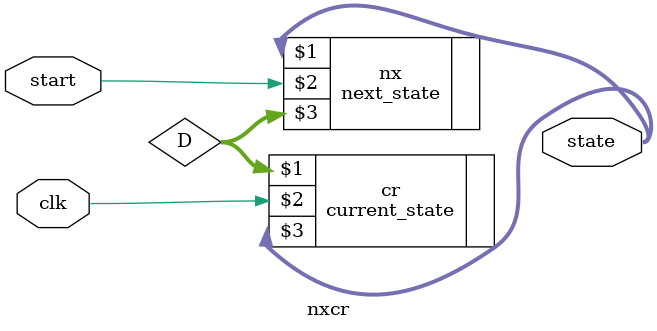
<source format=v>
module nxcr(start,clk,state);
input start,clk;
output [3:0] state;

	wire [3:0] D;
	next_state nx(state,start,D);
	current_state cr(D,clk,state);
	
endmodule
</source>
